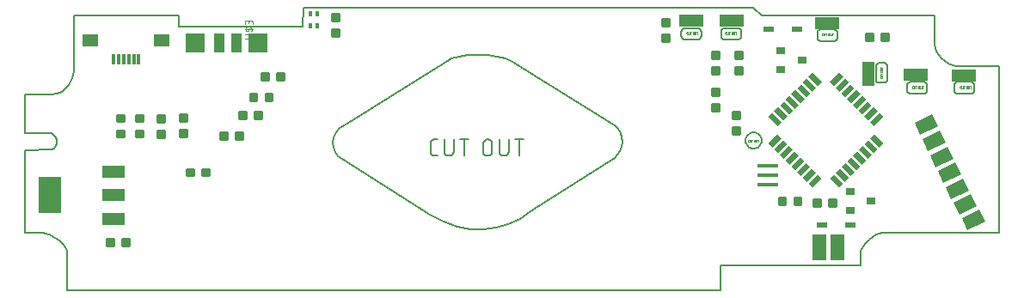
<source format=gtp>
G04 EAGLE Gerber RS-274X export*
G75*
%MOMM*%
%FSLAX34Y34*%
%LPD*%
%INSolder paste top*%
%IPPOS*%
%AMOC8*
5,1,8,0,0,1.08239X$1,22.5*%
G01*
%ADD10C,0.152400*%
%ADD11C,0.127000*%
%ADD12C,0.203200*%
%ADD13C,0.000000*%
%ADD14C,0.222250*%
%ADD15R,2.235200X1.219200*%
%ADD16R,2.200000X3.600000*%
%ADD17R,0.900000X0.800000*%
%ADD18R,2.413000X1.143000*%
%ADD19R,1.371600X2.540000*%
%ADD20R,1.143000X2.413000*%
%ADD21R,1.310000X1.930000*%
%ADD22R,1.050000X1.950000*%
%ADD23R,1.950000X1.950000*%
%ADD24R,1.270000X0.558800*%
%ADD25R,0.558800X1.270000*%
%ADD26R,2.032000X0.300000*%
%ADD27R,1.050000X0.600000*%
%ADD28R,1.650000X1.300000*%
%ADD29R,0.300000X1.000000*%
%ADD30R,0.400000X0.500000*%
%ADD31C,0.076200*%


D10*
X937546Y229161D02*
X938245Y229175D01*
X979417Y229147D01*
X979417Y64431D01*
X864625Y64431D01*
X862110Y64004D01*
X858911Y62769D01*
X855342Y60789D01*
X851718Y58131D01*
X848352Y54860D01*
X845559Y51042D01*
X843653Y46742D01*
X842947Y42026D01*
X842947Y32137D01*
X705259Y32137D01*
X705259Y8048D01*
X62246Y8048D01*
X62246Y44093D01*
X61661Y47028D01*
X60017Y50299D01*
X57479Y53683D01*
X54211Y56954D01*
X50380Y59889D01*
X46151Y62263D01*
X41688Y63852D01*
X37157Y64431D01*
X20582Y64431D01*
X20582Y146244D01*
X46461Y146444D01*
X48726Y147667D01*
X50340Y149584D01*
X51304Y151962D01*
X51620Y154567D01*
X51292Y157166D01*
X50321Y159525D01*
X48710Y161410D01*
X46461Y162589D01*
X20582Y162627D01*
D11*
X20582Y200900D01*
D10*
X46461Y200900D01*
X51954Y201629D01*
X56614Y203653D01*
X60472Y206724D01*
X63559Y210596D01*
X65906Y215020D01*
X67544Y219752D01*
X68505Y224543D01*
X68818Y229147D01*
X68818Y278772D01*
D12*
X171616Y278772D01*
D10*
X171616Y267473D01*
X294142Y267557D01*
X294805Y286363D01*
X737652Y286663D01*
X745760Y278772D01*
X916056Y278772D01*
X916116Y250125D01*
X916704Y247043D01*
X918137Y243643D01*
X920291Y240151D01*
X923042Y236790D01*
X926267Y233785D01*
X929842Y231363D01*
X933643Y229746D01*
X937546Y229161D01*
X739426Y163325D02*
X737814Y163488D01*
X739426Y163325D02*
X740928Y162859D01*
X742287Y162122D01*
X743471Y161145D01*
X744448Y159961D01*
X745185Y158602D01*
X745651Y157100D01*
X745814Y155488D01*
X745651Y153876D01*
X745185Y152374D01*
X744448Y151015D01*
X743471Y149831D01*
X742287Y148854D01*
X740928Y148117D01*
X739426Y147651D01*
X737814Y147488D01*
X736202Y147651D01*
X734700Y148117D01*
X733341Y148854D01*
X732157Y149831D01*
X731180Y151015D01*
X730443Y152374D01*
X729977Y153876D01*
X729814Y155488D01*
X729977Y157100D01*
X730443Y158602D01*
X731180Y159961D01*
X732157Y161145D01*
X733341Y162122D01*
X734700Y162859D01*
X736202Y163325D01*
X737814Y163488D01*
X858183Y215721D02*
X858183Y228616D01*
X858251Y229284D01*
X858445Y229906D01*
X858752Y230471D01*
X859159Y230963D01*
X859651Y231370D01*
X860216Y231677D01*
X860838Y231871D01*
X861506Y231939D01*
X866291Y231939D01*
X866959Y231871D01*
X867582Y231677D01*
X868146Y231370D01*
X868639Y230963D01*
X869046Y230471D01*
X869353Y229906D01*
X869547Y229284D01*
X869615Y228616D01*
X869615Y215721D01*
X869547Y215054D01*
X869353Y214431D01*
X869046Y213867D01*
X868639Y213375D01*
X868146Y212968D01*
X867582Y212661D01*
X866959Y212467D01*
X866291Y212399D01*
X861506Y212399D01*
X860838Y212467D01*
X860216Y212661D01*
X859651Y212968D01*
X859159Y213375D01*
X858752Y213867D01*
X858445Y214431D01*
X858251Y215054D01*
X858183Y215721D01*
X892465Y213299D02*
X905359Y213299D01*
X906027Y213231D01*
X906649Y213037D01*
X907214Y212729D01*
X907706Y212323D01*
X908113Y211830D01*
X908420Y211266D01*
X908614Y210643D01*
X908682Y209976D01*
X908682Y205190D01*
X908614Y204522D01*
X908420Y203899D01*
X908113Y203335D01*
X907706Y202842D01*
X907214Y202435D01*
X906649Y202128D01*
X906027Y201934D01*
X905359Y201866D01*
X892465Y201866D01*
X891797Y201934D01*
X891175Y202128D01*
X890610Y202435D01*
X890118Y202842D01*
X889711Y203335D01*
X889404Y203899D01*
X889210Y204522D01*
X889142Y205190D01*
X889142Y209976D01*
X889210Y210643D01*
X889404Y211266D01*
X889711Y211830D01*
X890118Y212323D01*
X890610Y212729D01*
X891175Y213037D01*
X891797Y213231D01*
X892465Y213299D01*
X939007Y213299D02*
X951902Y213299D01*
X952569Y213231D01*
X953192Y213037D01*
X953756Y212729D01*
X954248Y212323D01*
X954655Y211830D01*
X954962Y211266D01*
X955156Y210643D01*
X955224Y209976D01*
X955224Y205190D01*
X955156Y204522D01*
X954962Y203899D01*
X954655Y203335D01*
X954248Y202842D01*
X953756Y202435D01*
X953192Y202128D01*
X952569Y201934D01*
X951902Y201866D01*
X939007Y201866D01*
X938339Y201934D01*
X937717Y202128D01*
X937152Y202435D01*
X936660Y202842D01*
X936253Y203335D01*
X935946Y203899D01*
X935752Y204522D01*
X935684Y205190D01*
X935684Y209976D01*
X935752Y210643D01*
X935946Y211266D01*
X936253Y211830D01*
X936660Y212323D01*
X937152Y212729D01*
X937717Y213037D01*
X938339Y213231D01*
X939007Y213299D01*
X817045Y265110D02*
X804150Y265110D01*
X817045Y265110D02*
X817713Y265042D01*
X818335Y264848D01*
X818900Y264541D01*
X819392Y264134D01*
X819799Y263642D01*
X820106Y263077D01*
X820300Y262455D01*
X820368Y261787D01*
X820368Y257001D01*
X820300Y256333D01*
X820106Y255711D01*
X819799Y255146D01*
X819392Y254654D01*
X818900Y254247D01*
X818335Y253940D01*
X817713Y253746D01*
X817045Y253678D01*
X804150Y253678D01*
X803483Y253746D01*
X802860Y253940D01*
X802296Y254247D01*
X801804Y254654D01*
X801397Y255146D01*
X801090Y255711D01*
X800896Y256333D01*
X800828Y257001D01*
X800828Y261787D01*
X800896Y262455D01*
X801090Y263077D01*
X801397Y263642D01*
X801804Y264134D01*
X802296Y264541D01*
X802860Y264848D01*
X803483Y265042D01*
X804150Y265110D01*
X722181Y266419D02*
X709286Y266419D01*
X722181Y266419D02*
X722849Y266351D01*
X723471Y266157D01*
X724036Y265850D01*
X724528Y265443D01*
X724935Y264951D01*
X725242Y264386D01*
X725436Y263764D01*
X725504Y263096D01*
X725504Y258310D01*
X725436Y257642D01*
X725242Y257019D01*
X724935Y256455D01*
X724528Y255962D01*
X724036Y255555D01*
X723471Y255248D01*
X722849Y255054D01*
X722181Y254986D01*
X709286Y254986D01*
X708619Y255054D01*
X707996Y255248D01*
X707432Y255555D01*
X706940Y255962D01*
X706533Y256455D01*
X706226Y257019D01*
X706032Y257642D01*
X705964Y258310D01*
X705964Y263096D01*
X706032Y263764D01*
X706226Y264386D01*
X706533Y264951D01*
X706940Y265443D01*
X707432Y265850D01*
X707996Y266157D01*
X708619Y266351D01*
X709286Y266419D01*
X682994Y266419D02*
X670100Y266419D01*
X682994Y266419D02*
X683662Y266351D01*
X684284Y266157D01*
X684849Y265850D01*
X685341Y265443D01*
X685748Y264951D01*
X686055Y264386D01*
X686249Y263764D01*
X686317Y263096D01*
X686317Y258310D01*
X686249Y257642D01*
X686055Y257019D01*
X685748Y256455D01*
X685341Y255962D01*
X684849Y255555D01*
X684284Y255248D01*
X683662Y255054D01*
X682994Y254986D01*
X670100Y254986D01*
X669432Y255054D01*
X668810Y255248D01*
X668245Y255555D01*
X667753Y255962D01*
X667346Y256455D01*
X667039Y257019D01*
X666845Y257642D01*
X666777Y258310D01*
X666777Y263096D01*
X666845Y263764D01*
X667039Y264386D01*
X667346Y264951D01*
X667753Y265443D01*
X668245Y265850D01*
X668810Y266157D01*
X669432Y266351D01*
X670100Y266419D01*
X435544Y233391D02*
X335808Y171521D01*
X435544Y233391D02*
X440692Y236252D01*
X447999Y238356D01*
X456803Y239672D01*
X466443Y240170D01*
X476258Y239821D01*
X485585Y238595D01*
X493764Y236462D01*
X500134Y233391D01*
X601057Y170338D01*
X604673Y167047D01*
X607025Y163106D01*
X608233Y158739D01*
X608412Y154167D01*
X607682Y149615D01*
X606161Y145305D01*
X603965Y141461D01*
X601213Y138305D01*
X518393Y85697D01*
X507700Y78565D01*
X496313Y73177D01*
X484336Y69624D01*
X471875Y67994D01*
X459033Y68377D01*
X445916Y70863D01*
X432628Y75541D01*
X419273Y82501D01*
X332812Y137350D01*
X328912Y140354D01*
X326047Y144216D01*
X324309Y148687D01*
X323793Y153521D01*
X324592Y158468D01*
X326798Y163283D01*
X330506Y167716D01*
X335808Y171521D01*
X736253Y163334D02*
X737814Y163488D01*
X736253Y163334D02*
X734753Y162879D01*
X733369Y162140D01*
X732157Y161145D01*
X731162Y159933D01*
X730423Y158550D01*
X729968Y157049D01*
X729814Y155488D01*
X729968Y153927D01*
X730423Y152427D01*
X731162Y151043D01*
X732157Y149831D01*
X733369Y148836D01*
X734753Y148097D01*
X736253Y147642D01*
X737814Y147488D01*
X739375Y147642D01*
X740876Y148097D01*
X742259Y148836D01*
X743471Y149831D01*
X744466Y151043D01*
X745205Y152427D01*
X745660Y153927D01*
X745814Y155488D01*
X745660Y157049D01*
X745205Y158550D01*
X744466Y159933D01*
X743471Y161145D01*
X742259Y162140D01*
X740876Y162879D01*
X739375Y163334D01*
X737814Y163488D01*
X427087Y140462D02*
X423474Y140462D01*
X423356Y140464D01*
X423238Y140470D01*
X423120Y140479D01*
X423003Y140493D01*
X422886Y140510D01*
X422769Y140531D01*
X422654Y140556D01*
X422539Y140585D01*
X422425Y140618D01*
X422313Y140654D01*
X422202Y140694D01*
X422092Y140737D01*
X421983Y140784D01*
X421876Y140834D01*
X421771Y140889D01*
X421668Y140946D01*
X421567Y141007D01*
X421467Y141071D01*
X421370Y141138D01*
X421275Y141208D01*
X421183Y141282D01*
X421092Y141358D01*
X421005Y141438D01*
X420920Y141520D01*
X420838Y141605D01*
X420758Y141692D01*
X420682Y141783D01*
X420608Y141875D01*
X420538Y141970D01*
X420471Y142067D01*
X420407Y142167D01*
X420346Y142268D01*
X420289Y142371D01*
X420234Y142476D01*
X420184Y142583D01*
X420137Y142692D01*
X420094Y142802D01*
X420054Y142913D01*
X420018Y143025D01*
X419985Y143139D01*
X419956Y143254D01*
X419931Y143369D01*
X419910Y143486D01*
X419893Y143603D01*
X419879Y143720D01*
X419870Y143838D01*
X419864Y143956D01*
X419862Y144074D01*
X419862Y153106D01*
X419864Y153224D01*
X419870Y153342D01*
X419879Y153460D01*
X419893Y153577D01*
X419910Y153694D01*
X419931Y153811D01*
X419956Y153926D01*
X419985Y154041D01*
X420018Y154155D01*
X420054Y154267D01*
X420094Y154378D01*
X420137Y154488D01*
X420184Y154597D01*
X420234Y154704D01*
X420288Y154809D01*
X420346Y154912D01*
X420407Y155013D01*
X420471Y155113D01*
X420538Y155210D01*
X420608Y155305D01*
X420682Y155397D01*
X420758Y155488D01*
X420838Y155575D01*
X420920Y155660D01*
X421005Y155742D01*
X421092Y155822D01*
X421183Y155898D01*
X421275Y155972D01*
X421370Y156042D01*
X421467Y156109D01*
X421567Y156173D01*
X421668Y156234D01*
X421771Y156291D01*
X421876Y156345D01*
X421983Y156396D01*
X422092Y156443D01*
X422202Y156486D01*
X422313Y156526D01*
X422425Y156562D01*
X422539Y156595D01*
X422654Y156624D01*
X422769Y156649D01*
X422886Y156670D01*
X423003Y156687D01*
X423120Y156701D01*
X423238Y156710D01*
X423356Y156716D01*
X423474Y156718D01*
X427087Y156718D01*
X433449Y156718D02*
X433449Y144978D01*
X433448Y144978D02*
X433450Y144845D01*
X433456Y144713D01*
X433466Y144581D01*
X433479Y144449D01*
X433497Y144317D01*
X433518Y144187D01*
X433543Y144056D01*
X433572Y143927D01*
X433605Y143799D01*
X433641Y143671D01*
X433681Y143545D01*
X433725Y143420D01*
X433773Y143296D01*
X433824Y143174D01*
X433879Y143053D01*
X433937Y142934D01*
X433999Y142816D01*
X434064Y142701D01*
X434133Y142587D01*
X434204Y142476D01*
X434280Y142367D01*
X434358Y142260D01*
X434439Y142155D01*
X434524Y142053D01*
X434611Y141953D01*
X434701Y141856D01*
X434794Y141761D01*
X434890Y141670D01*
X434988Y141581D01*
X435089Y141495D01*
X435193Y141412D01*
X435299Y141332D01*
X435407Y141256D01*
X435517Y141182D01*
X435630Y141112D01*
X435744Y141045D01*
X435861Y140982D01*
X435979Y140922D01*
X436099Y140865D01*
X436221Y140812D01*
X436344Y140763D01*
X436468Y140717D01*
X436594Y140675D01*
X436721Y140637D01*
X436849Y140602D01*
X436978Y140571D01*
X437107Y140544D01*
X437238Y140521D01*
X437369Y140501D01*
X437501Y140486D01*
X437633Y140474D01*
X437765Y140466D01*
X437898Y140462D01*
X438030Y140462D01*
X438163Y140466D01*
X438295Y140474D01*
X438427Y140486D01*
X438559Y140501D01*
X438690Y140521D01*
X438821Y140544D01*
X438950Y140571D01*
X439079Y140602D01*
X439207Y140637D01*
X439334Y140675D01*
X439460Y140717D01*
X439584Y140763D01*
X439707Y140812D01*
X439829Y140865D01*
X439949Y140922D01*
X440067Y140982D01*
X440184Y141045D01*
X440298Y141112D01*
X440411Y141182D01*
X440521Y141256D01*
X440629Y141332D01*
X440735Y141412D01*
X440839Y141495D01*
X440940Y141581D01*
X441038Y141670D01*
X441134Y141761D01*
X441227Y141856D01*
X441317Y141953D01*
X441404Y142053D01*
X441489Y142155D01*
X441570Y142260D01*
X441648Y142367D01*
X441724Y142476D01*
X441795Y142587D01*
X441864Y142701D01*
X441929Y142816D01*
X441991Y142934D01*
X442049Y143053D01*
X442104Y143174D01*
X442155Y143296D01*
X442203Y143420D01*
X442247Y143545D01*
X442287Y143671D01*
X442323Y143799D01*
X442356Y143927D01*
X442385Y144056D01*
X442410Y144187D01*
X442431Y144317D01*
X442449Y144449D01*
X442462Y144581D01*
X442472Y144713D01*
X442478Y144845D01*
X442480Y144978D01*
X442480Y156718D01*
X453074Y156718D02*
X453074Y140462D01*
X448559Y156718D02*
X457590Y156718D01*
X471485Y152202D02*
X471485Y144978D01*
X471484Y152202D02*
X471486Y152335D01*
X471492Y152467D01*
X471502Y152599D01*
X471515Y152731D01*
X471533Y152863D01*
X471554Y152993D01*
X471579Y153124D01*
X471608Y153253D01*
X471641Y153381D01*
X471677Y153509D01*
X471717Y153635D01*
X471761Y153760D01*
X471809Y153884D01*
X471860Y154006D01*
X471915Y154127D01*
X471973Y154246D01*
X472035Y154364D01*
X472100Y154479D01*
X472169Y154593D01*
X472240Y154704D01*
X472316Y154813D01*
X472394Y154920D01*
X472475Y155025D01*
X472560Y155127D01*
X472647Y155227D01*
X472737Y155324D01*
X472830Y155419D01*
X472926Y155510D01*
X473024Y155599D01*
X473125Y155685D01*
X473229Y155768D01*
X473335Y155848D01*
X473443Y155924D01*
X473553Y155998D01*
X473666Y156068D01*
X473780Y156135D01*
X473897Y156198D01*
X474015Y156258D01*
X474135Y156315D01*
X474257Y156368D01*
X474380Y156417D01*
X474504Y156463D01*
X474630Y156505D01*
X474757Y156543D01*
X474885Y156578D01*
X475014Y156609D01*
X475143Y156636D01*
X475274Y156659D01*
X475405Y156679D01*
X475537Y156694D01*
X475669Y156706D01*
X475801Y156714D01*
X475934Y156718D01*
X476066Y156718D01*
X476199Y156714D01*
X476331Y156706D01*
X476463Y156694D01*
X476595Y156679D01*
X476726Y156659D01*
X476857Y156636D01*
X476986Y156609D01*
X477115Y156578D01*
X477243Y156543D01*
X477370Y156505D01*
X477496Y156463D01*
X477620Y156417D01*
X477743Y156368D01*
X477865Y156315D01*
X477985Y156258D01*
X478103Y156198D01*
X478220Y156135D01*
X478334Y156068D01*
X478447Y155998D01*
X478557Y155924D01*
X478665Y155848D01*
X478771Y155768D01*
X478875Y155685D01*
X478976Y155599D01*
X479074Y155510D01*
X479170Y155419D01*
X479263Y155324D01*
X479353Y155227D01*
X479440Y155127D01*
X479525Y155025D01*
X479606Y154920D01*
X479684Y154813D01*
X479760Y154704D01*
X479831Y154593D01*
X479900Y154479D01*
X479965Y154364D01*
X480027Y154246D01*
X480085Y154127D01*
X480140Y154006D01*
X480191Y153884D01*
X480239Y153760D01*
X480283Y153635D01*
X480323Y153509D01*
X480359Y153381D01*
X480392Y153253D01*
X480421Y153124D01*
X480446Y152993D01*
X480467Y152863D01*
X480485Y152731D01*
X480498Y152599D01*
X480508Y152467D01*
X480514Y152335D01*
X480516Y152202D01*
X480516Y144978D01*
X480514Y144845D01*
X480508Y144713D01*
X480498Y144581D01*
X480485Y144449D01*
X480467Y144317D01*
X480446Y144187D01*
X480421Y144056D01*
X480392Y143927D01*
X480359Y143799D01*
X480323Y143671D01*
X480283Y143545D01*
X480239Y143420D01*
X480191Y143296D01*
X480140Y143174D01*
X480085Y143053D01*
X480027Y142934D01*
X479965Y142816D01*
X479900Y142701D01*
X479831Y142587D01*
X479760Y142476D01*
X479684Y142367D01*
X479606Y142260D01*
X479525Y142155D01*
X479440Y142053D01*
X479353Y141953D01*
X479263Y141856D01*
X479170Y141761D01*
X479074Y141670D01*
X478976Y141581D01*
X478875Y141495D01*
X478771Y141412D01*
X478665Y141332D01*
X478557Y141256D01*
X478447Y141182D01*
X478334Y141112D01*
X478220Y141045D01*
X478103Y140982D01*
X477985Y140922D01*
X477865Y140865D01*
X477743Y140812D01*
X477620Y140763D01*
X477496Y140717D01*
X477370Y140675D01*
X477243Y140637D01*
X477115Y140602D01*
X476986Y140571D01*
X476857Y140544D01*
X476726Y140521D01*
X476595Y140501D01*
X476463Y140486D01*
X476331Y140474D01*
X476199Y140466D01*
X476066Y140462D01*
X475934Y140462D01*
X475801Y140466D01*
X475669Y140474D01*
X475537Y140486D01*
X475405Y140501D01*
X475274Y140521D01*
X475143Y140544D01*
X475014Y140571D01*
X474885Y140602D01*
X474757Y140637D01*
X474630Y140675D01*
X474504Y140717D01*
X474380Y140763D01*
X474257Y140812D01*
X474135Y140865D01*
X474015Y140922D01*
X473897Y140982D01*
X473780Y141045D01*
X473666Y141112D01*
X473553Y141182D01*
X473443Y141256D01*
X473335Y141332D01*
X473229Y141412D01*
X473125Y141495D01*
X473024Y141581D01*
X472926Y141670D01*
X472830Y141761D01*
X472737Y141856D01*
X472647Y141953D01*
X472560Y142053D01*
X472475Y142155D01*
X472394Y142260D01*
X472316Y142367D01*
X472240Y142476D01*
X472169Y142587D01*
X472100Y142701D01*
X472035Y142816D01*
X471973Y142934D01*
X471915Y143053D01*
X471860Y143174D01*
X471809Y143296D01*
X471761Y143420D01*
X471717Y143545D01*
X471677Y143671D01*
X471641Y143799D01*
X471608Y143927D01*
X471579Y144056D01*
X471554Y144187D01*
X471533Y144317D01*
X471515Y144449D01*
X471502Y144581D01*
X471492Y144713D01*
X471486Y144845D01*
X471484Y144978D01*
X487637Y144978D02*
X487637Y156718D01*
X487636Y144978D02*
X487638Y144845D01*
X487644Y144713D01*
X487654Y144581D01*
X487667Y144449D01*
X487685Y144317D01*
X487706Y144187D01*
X487731Y144056D01*
X487760Y143927D01*
X487793Y143799D01*
X487829Y143671D01*
X487869Y143545D01*
X487913Y143420D01*
X487961Y143296D01*
X488012Y143174D01*
X488067Y143053D01*
X488125Y142934D01*
X488187Y142816D01*
X488252Y142701D01*
X488321Y142587D01*
X488392Y142476D01*
X488468Y142367D01*
X488546Y142260D01*
X488627Y142155D01*
X488712Y142053D01*
X488799Y141953D01*
X488889Y141856D01*
X488982Y141761D01*
X489078Y141670D01*
X489176Y141581D01*
X489277Y141495D01*
X489381Y141412D01*
X489487Y141332D01*
X489595Y141256D01*
X489705Y141182D01*
X489818Y141112D01*
X489932Y141045D01*
X490049Y140982D01*
X490167Y140922D01*
X490287Y140865D01*
X490409Y140812D01*
X490532Y140763D01*
X490656Y140717D01*
X490782Y140675D01*
X490909Y140637D01*
X491037Y140602D01*
X491166Y140571D01*
X491295Y140544D01*
X491426Y140521D01*
X491557Y140501D01*
X491689Y140486D01*
X491821Y140474D01*
X491953Y140466D01*
X492086Y140462D01*
X492218Y140462D01*
X492351Y140466D01*
X492483Y140474D01*
X492615Y140486D01*
X492747Y140501D01*
X492878Y140521D01*
X493009Y140544D01*
X493138Y140571D01*
X493267Y140602D01*
X493395Y140637D01*
X493522Y140675D01*
X493648Y140717D01*
X493772Y140763D01*
X493895Y140812D01*
X494017Y140865D01*
X494137Y140922D01*
X494255Y140982D01*
X494372Y141045D01*
X494486Y141112D01*
X494599Y141182D01*
X494709Y141256D01*
X494817Y141332D01*
X494923Y141412D01*
X495027Y141495D01*
X495128Y141581D01*
X495226Y141670D01*
X495322Y141761D01*
X495415Y141856D01*
X495505Y141953D01*
X495592Y142053D01*
X495677Y142155D01*
X495758Y142260D01*
X495836Y142367D01*
X495912Y142476D01*
X495983Y142587D01*
X496052Y142701D01*
X496117Y142816D01*
X496179Y142934D01*
X496237Y143053D01*
X496292Y143174D01*
X496343Y143296D01*
X496391Y143420D01*
X496435Y143545D01*
X496475Y143671D01*
X496511Y143799D01*
X496544Y143927D01*
X496573Y144056D01*
X496598Y144187D01*
X496619Y144317D01*
X496637Y144449D01*
X496650Y144581D01*
X496660Y144713D01*
X496666Y144845D01*
X496668Y144978D01*
X496668Y156718D01*
X507263Y156718D02*
X507263Y140462D01*
X502747Y156718D02*
X511778Y156718D01*
D13*
X894532Y207010D02*
X894983Y207010D01*
X894532Y207010D02*
X894490Y207012D01*
X894449Y207018D01*
X894408Y207027D01*
X894369Y207041D01*
X894331Y207057D01*
X894294Y207078D01*
X894260Y207101D01*
X894227Y207128D01*
X894198Y207157D01*
X894171Y207190D01*
X894148Y207224D01*
X894127Y207261D01*
X894111Y207299D01*
X894097Y207338D01*
X894088Y207379D01*
X894082Y207420D01*
X894080Y207462D01*
X894080Y208590D01*
X894082Y208632D01*
X894088Y208673D01*
X894097Y208714D01*
X894111Y208753D01*
X894127Y208791D01*
X894148Y208828D01*
X894171Y208862D01*
X894198Y208894D01*
X894227Y208924D01*
X894260Y208951D01*
X894294Y208974D01*
X894331Y208995D01*
X894369Y209011D01*
X894408Y209025D01*
X894449Y209034D01*
X894490Y209040D01*
X894532Y209042D01*
X894983Y209042D01*
X895668Y209042D02*
X895668Y207574D01*
X895670Y207527D01*
X895676Y207481D01*
X895685Y207436D01*
X895699Y207391D01*
X895716Y207347D01*
X895736Y207306D01*
X895760Y207266D01*
X895787Y207228D01*
X895817Y207192D01*
X895850Y207159D01*
X895886Y207129D01*
X895924Y207102D01*
X895964Y207078D01*
X896005Y207058D01*
X896049Y207041D01*
X896094Y207027D01*
X896139Y207018D01*
X896185Y207012D01*
X896232Y207010D01*
X896279Y207012D01*
X896325Y207018D01*
X896370Y207027D01*
X896415Y207041D01*
X896459Y207058D01*
X896500Y207078D01*
X896540Y207102D01*
X896578Y207129D01*
X896614Y207159D01*
X896647Y207192D01*
X896677Y207228D01*
X896704Y207266D01*
X896728Y207306D01*
X896748Y207347D01*
X896765Y207391D01*
X896779Y207436D01*
X896788Y207481D01*
X896794Y207527D01*
X896796Y207574D01*
X896796Y209042D01*
X898000Y209042D02*
X898000Y207010D01*
X898564Y209042D02*
X897435Y209042D01*
X900118Y208478D02*
X900118Y207574D01*
X900118Y208478D02*
X900120Y208525D01*
X900126Y208571D01*
X900135Y208616D01*
X900149Y208661D01*
X900166Y208705D01*
X900186Y208746D01*
X900210Y208786D01*
X900237Y208824D01*
X900267Y208860D01*
X900300Y208893D01*
X900336Y208923D01*
X900374Y208950D01*
X900414Y208974D01*
X900455Y208994D01*
X900499Y209011D01*
X900544Y209025D01*
X900589Y209034D01*
X900635Y209040D01*
X900682Y209042D01*
X900729Y209040D01*
X900775Y209034D01*
X900820Y209025D01*
X900865Y209011D01*
X900909Y208994D01*
X900950Y208974D01*
X900990Y208950D01*
X901028Y208923D01*
X901064Y208893D01*
X901097Y208860D01*
X901127Y208824D01*
X901154Y208786D01*
X901178Y208746D01*
X901198Y208705D01*
X901215Y208661D01*
X901229Y208616D01*
X901238Y208571D01*
X901244Y208525D01*
X901246Y208478D01*
X901246Y207574D01*
X901244Y207527D01*
X901238Y207481D01*
X901229Y207436D01*
X901215Y207391D01*
X901198Y207347D01*
X901178Y207306D01*
X901154Y207266D01*
X901127Y207228D01*
X901097Y207192D01*
X901064Y207159D01*
X901028Y207129D01*
X900990Y207102D01*
X900950Y207078D01*
X900909Y207058D01*
X900865Y207041D01*
X900820Y207027D01*
X900775Y207018D01*
X900729Y207012D01*
X900682Y207010D01*
X900635Y207012D01*
X900589Y207018D01*
X900544Y207027D01*
X900499Y207041D01*
X900455Y207058D01*
X900414Y207078D01*
X900374Y207102D01*
X900336Y207129D01*
X900300Y207159D01*
X900267Y207192D01*
X900237Y207228D01*
X900210Y207266D01*
X900186Y207306D01*
X900166Y207347D01*
X900149Y207391D01*
X900135Y207436D01*
X900126Y207481D01*
X900120Y207527D01*
X900118Y207574D01*
X902007Y207574D02*
X902007Y209042D01*
X902008Y207574D02*
X902010Y207527D01*
X902016Y207481D01*
X902025Y207436D01*
X902039Y207391D01*
X902056Y207347D01*
X902076Y207306D01*
X902100Y207266D01*
X902127Y207228D01*
X902157Y207192D01*
X902190Y207159D01*
X902226Y207129D01*
X902264Y207102D01*
X902304Y207078D01*
X902345Y207058D01*
X902389Y207041D01*
X902434Y207027D01*
X902479Y207018D01*
X902525Y207012D01*
X902572Y207010D01*
X902619Y207012D01*
X902665Y207018D01*
X902710Y207027D01*
X902755Y207041D01*
X902799Y207058D01*
X902840Y207078D01*
X902880Y207102D01*
X902918Y207129D01*
X902954Y207159D01*
X902987Y207192D01*
X903017Y207228D01*
X903044Y207266D01*
X903068Y207306D01*
X903088Y207347D01*
X903105Y207391D01*
X903119Y207436D01*
X903128Y207481D01*
X903134Y207527D01*
X903136Y207574D01*
X903136Y209042D01*
X904340Y209042D02*
X904340Y207010D01*
X904904Y209042D02*
X903775Y209042D01*
X941522Y207010D02*
X941973Y207010D01*
X941522Y207010D02*
X941480Y207012D01*
X941439Y207018D01*
X941398Y207027D01*
X941359Y207041D01*
X941321Y207057D01*
X941284Y207078D01*
X941250Y207101D01*
X941217Y207128D01*
X941188Y207157D01*
X941161Y207190D01*
X941138Y207224D01*
X941117Y207261D01*
X941101Y207299D01*
X941087Y207338D01*
X941078Y207379D01*
X941072Y207420D01*
X941070Y207462D01*
X941070Y208590D01*
X941072Y208632D01*
X941078Y208673D01*
X941087Y208714D01*
X941101Y208753D01*
X941117Y208791D01*
X941138Y208828D01*
X941161Y208862D01*
X941188Y208894D01*
X941217Y208924D01*
X941250Y208951D01*
X941284Y208974D01*
X941321Y208995D01*
X941359Y209011D01*
X941398Y209025D01*
X941439Y209034D01*
X941480Y209040D01*
X941522Y209042D01*
X941973Y209042D01*
X942658Y209042D02*
X942658Y207574D01*
X942660Y207527D01*
X942666Y207481D01*
X942675Y207436D01*
X942689Y207391D01*
X942706Y207347D01*
X942726Y207306D01*
X942750Y207266D01*
X942777Y207228D01*
X942807Y207192D01*
X942840Y207159D01*
X942876Y207129D01*
X942914Y207102D01*
X942954Y207078D01*
X942995Y207058D01*
X943039Y207041D01*
X943084Y207027D01*
X943129Y207018D01*
X943175Y207012D01*
X943222Y207010D01*
X943269Y207012D01*
X943315Y207018D01*
X943360Y207027D01*
X943405Y207041D01*
X943449Y207058D01*
X943490Y207078D01*
X943530Y207102D01*
X943568Y207129D01*
X943604Y207159D01*
X943637Y207192D01*
X943667Y207228D01*
X943694Y207266D01*
X943718Y207306D01*
X943738Y207347D01*
X943755Y207391D01*
X943769Y207436D01*
X943778Y207481D01*
X943784Y207527D01*
X943786Y207574D01*
X943786Y209042D01*
X944990Y209042D02*
X944990Y207010D01*
X945554Y209042D02*
X944425Y209042D01*
X947108Y208478D02*
X947108Y207574D01*
X947108Y208478D02*
X947110Y208525D01*
X947116Y208571D01*
X947125Y208616D01*
X947139Y208661D01*
X947156Y208705D01*
X947176Y208746D01*
X947200Y208786D01*
X947227Y208824D01*
X947257Y208860D01*
X947290Y208893D01*
X947326Y208923D01*
X947364Y208950D01*
X947404Y208974D01*
X947445Y208994D01*
X947489Y209011D01*
X947534Y209025D01*
X947579Y209034D01*
X947625Y209040D01*
X947672Y209042D01*
X947719Y209040D01*
X947765Y209034D01*
X947810Y209025D01*
X947855Y209011D01*
X947899Y208994D01*
X947940Y208974D01*
X947980Y208950D01*
X948018Y208923D01*
X948054Y208893D01*
X948087Y208860D01*
X948117Y208824D01*
X948144Y208786D01*
X948168Y208746D01*
X948188Y208705D01*
X948205Y208661D01*
X948219Y208616D01*
X948228Y208571D01*
X948234Y208525D01*
X948236Y208478D01*
X948236Y207574D01*
X948234Y207527D01*
X948228Y207481D01*
X948219Y207436D01*
X948205Y207391D01*
X948188Y207347D01*
X948168Y207306D01*
X948144Y207266D01*
X948117Y207228D01*
X948087Y207192D01*
X948054Y207159D01*
X948018Y207129D01*
X947980Y207102D01*
X947940Y207078D01*
X947899Y207058D01*
X947855Y207041D01*
X947810Y207027D01*
X947765Y207018D01*
X947719Y207012D01*
X947672Y207010D01*
X947625Y207012D01*
X947579Y207018D01*
X947534Y207027D01*
X947489Y207041D01*
X947445Y207058D01*
X947404Y207078D01*
X947364Y207102D01*
X947326Y207129D01*
X947290Y207159D01*
X947257Y207192D01*
X947227Y207228D01*
X947200Y207266D01*
X947176Y207306D01*
X947156Y207347D01*
X947139Y207391D01*
X947125Y207436D01*
X947116Y207481D01*
X947110Y207527D01*
X947108Y207574D01*
X948997Y207574D02*
X948997Y209042D01*
X948998Y207574D02*
X949000Y207527D01*
X949006Y207481D01*
X949015Y207436D01*
X949029Y207391D01*
X949046Y207347D01*
X949066Y207306D01*
X949090Y207266D01*
X949117Y207228D01*
X949147Y207192D01*
X949180Y207159D01*
X949216Y207129D01*
X949254Y207102D01*
X949294Y207078D01*
X949335Y207058D01*
X949379Y207041D01*
X949424Y207027D01*
X949469Y207018D01*
X949515Y207012D01*
X949562Y207010D01*
X949609Y207012D01*
X949655Y207018D01*
X949700Y207027D01*
X949745Y207041D01*
X949789Y207058D01*
X949830Y207078D01*
X949870Y207102D01*
X949908Y207129D01*
X949944Y207159D01*
X949977Y207192D01*
X950007Y207228D01*
X950034Y207266D01*
X950058Y207306D01*
X950078Y207347D01*
X950095Y207391D01*
X950109Y207436D01*
X950118Y207481D01*
X950124Y207527D01*
X950126Y207574D01*
X950126Y209042D01*
X951330Y209042D02*
X951330Y207010D01*
X951894Y209042D02*
X950765Y209042D01*
X806083Y259080D02*
X805632Y259080D01*
X805590Y259082D01*
X805549Y259088D01*
X805508Y259097D01*
X805469Y259111D01*
X805431Y259127D01*
X805394Y259148D01*
X805360Y259171D01*
X805327Y259198D01*
X805298Y259227D01*
X805271Y259260D01*
X805248Y259294D01*
X805227Y259331D01*
X805211Y259369D01*
X805197Y259408D01*
X805188Y259449D01*
X805182Y259490D01*
X805180Y259532D01*
X805180Y260660D01*
X805182Y260702D01*
X805188Y260743D01*
X805197Y260784D01*
X805211Y260823D01*
X805227Y260861D01*
X805248Y260898D01*
X805271Y260932D01*
X805298Y260964D01*
X805327Y260994D01*
X805360Y261021D01*
X805394Y261044D01*
X805431Y261065D01*
X805469Y261081D01*
X805508Y261095D01*
X805549Y261104D01*
X805590Y261110D01*
X805632Y261112D01*
X806083Y261112D01*
X806768Y261112D02*
X806768Y259644D01*
X806770Y259597D01*
X806776Y259551D01*
X806785Y259506D01*
X806799Y259461D01*
X806816Y259417D01*
X806836Y259376D01*
X806860Y259336D01*
X806887Y259298D01*
X806917Y259262D01*
X806950Y259229D01*
X806986Y259199D01*
X807024Y259172D01*
X807064Y259148D01*
X807105Y259128D01*
X807149Y259111D01*
X807194Y259097D01*
X807239Y259088D01*
X807285Y259082D01*
X807332Y259080D01*
X807379Y259082D01*
X807425Y259088D01*
X807470Y259097D01*
X807515Y259111D01*
X807559Y259128D01*
X807600Y259148D01*
X807640Y259172D01*
X807678Y259199D01*
X807714Y259229D01*
X807747Y259262D01*
X807777Y259298D01*
X807804Y259336D01*
X807828Y259376D01*
X807848Y259417D01*
X807865Y259461D01*
X807879Y259506D01*
X807888Y259551D01*
X807894Y259597D01*
X807896Y259644D01*
X807896Y261112D01*
X809100Y261112D02*
X809100Y259080D01*
X809664Y261112D02*
X808535Y261112D01*
X811218Y260548D02*
X811218Y259644D01*
X811218Y260548D02*
X811220Y260595D01*
X811226Y260641D01*
X811235Y260686D01*
X811249Y260731D01*
X811266Y260775D01*
X811286Y260816D01*
X811310Y260856D01*
X811337Y260894D01*
X811367Y260930D01*
X811400Y260963D01*
X811436Y260993D01*
X811474Y261020D01*
X811514Y261044D01*
X811555Y261064D01*
X811599Y261081D01*
X811644Y261095D01*
X811689Y261104D01*
X811735Y261110D01*
X811782Y261112D01*
X811829Y261110D01*
X811875Y261104D01*
X811920Y261095D01*
X811965Y261081D01*
X812009Y261064D01*
X812050Y261044D01*
X812090Y261020D01*
X812128Y260993D01*
X812164Y260963D01*
X812197Y260930D01*
X812227Y260894D01*
X812254Y260856D01*
X812278Y260816D01*
X812298Y260775D01*
X812315Y260731D01*
X812329Y260686D01*
X812338Y260641D01*
X812344Y260595D01*
X812346Y260548D01*
X812346Y259644D01*
X812344Y259597D01*
X812338Y259551D01*
X812329Y259506D01*
X812315Y259461D01*
X812298Y259417D01*
X812278Y259376D01*
X812254Y259336D01*
X812227Y259298D01*
X812197Y259262D01*
X812164Y259229D01*
X812128Y259199D01*
X812090Y259172D01*
X812050Y259148D01*
X812009Y259128D01*
X811965Y259111D01*
X811920Y259097D01*
X811875Y259088D01*
X811829Y259082D01*
X811782Y259080D01*
X811735Y259082D01*
X811689Y259088D01*
X811644Y259097D01*
X811599Y259111D01*
X811555Y259128D01*
X811514Y259148D01*
X811474Y259172D01*
X811436Y259199D01*
X811400Y259229D01*
X811367Y259262D01*
X811337Y259298D01*
X811310Y259336D01*
X811286Y259376D01*
X811266Y259417D01*
X811249Y259461D01*
X811235Y259506D01*
X811226Y259551D01*
X811220Y259597D01*
X811218Y259644D01*
X813107Y259644D02*
X813107Y261112D01*
X813108Y259644D02*
X813110Y259597D01*
X813116Y259551D01*
X813125Y259506D01*
X813139Y259461D01*
X813156Y259417D01*
X813176Y259376D01*
X813200Y259336D01*
X813227Y259298D01*
X813257Y259262D01*
X813290Y259229D01*
X813326Y259199D01*
X813364Y259172D01*
X813404Y259148D01*
X813445Y259128D01*
X813489Y259111D01*
X813534Y259097D01*
X813579Y259088D01*
X813625Y259082D01*
X813672Y259080D01*
X813719Y259082D01*
X813765Y259088D01*
X813810Y259097D01*
X813855Y259111D01*
X813899Y259128D01*
X813940Y259148D01*
X813980Y259172D01*
X814018Y259199D01*
X814054Y259229D01*
X814087Y259262D01*
X814117Y259298D01*
X814144Y259336D01*
X814168Y259376D01*
X814188Y259417D01*
X814205Y259461D01*
X814219Y259506D01*
X814228Y259551D01*
X814234Y259597D01*
X814236Y259644D01*
X814236Y261112D01*
X815440Y261112D02*
X815440Y259080D01*
X816004Y261112D02*
X814875Y261112D01*
X710833Y260350D02*
X710382Y260350D01*
X710340Y260352D01*
X710299Y260358D01*
X710258Y260367D01*
X710219Y260381D01*
X710181Y260397D01*
X710144Y260418D01*
X710110Y260441D01*
X710077Y260468D01*
X710048Y260497D01*
X710021Y260530D01*
X709998Y260564D01*
X709977Y260601D01*
X709961Y260639D01*
X709947Y260678D01*
X709938Y260719D01*
X709932Y260760D01*
X709930Y260802D01*
X709930Y261930D01*
X709932Y261972D01*
X709938Y262013D01*
X709947Y262054D01*
X709961Y262093D01*
X709977Y262131D01*
X709998Y262168D01*
X710021Y262202D01*
X710048Y262234D01*
X710077Y262264D01*
X710110Y262291D01*
X710144Y262314D01*
X710181Y262335D01*
X710219Y262351D01*
X710258Y262365D01*
X710299Y262374D01*
X710340Y262380D01*
X710382Y262382D01*
X710833Y262382D01*
X711518Y262382D02*
X711518Y260914D01*
X711520Y260867D01*
X711526Y260821D01*
X711535Y260776D01*
X711549Y260731D01*
X711566Y260687D01*
X711586Y260646D01*
X711610Y260606D01*
X711637Y260568D01*
X711667Y260532D01*
X711700Y260499D01*
X711736Y260469D01*
X711774Y260442D01*
X711814Y260418D01*
X711855Y260398D01*
X711899Y260381D01*
X711944Y260367D01*
X711989Y260358D01*
X712035Y260352D01*
X712082Y260350D01*
X712129Y260352D01*
X712175Y260358D01*
X712220Y260367D01*
X712265Y260381D01*
X712309Y260398D01*
X712350Y260418D01*
X712390Y260442D01*
X712428Y260469D01*
X712464Y260499D01*
X712497Y260532D01*
X712527Y260568D01*
X712554Y260606D01*
X712578Y260646D01*
X712598Y260687D01*
X712615Y260731D01*
X712629Y260776D01*
X712638Y260821D01*
X712644Y260867D01*
X712646Y260914D01*
X712646Y262382D01*
X713850Y262382D02*
X713850Y260350D01*
X714414Y262382D02*
X713285Y262382D01*
X715968Y261818D02*
X715968Y260914D01*
X715968Y261818D02*
X715970Y261865D01*
X715976Y261911D01*
X715985Y261956D01*
X715999Y262001D01*
X716016Y262045D01*
X716036Y262086D01*
X716060Y262126D01*
X716087Y262164D01*
X716117Y262200D01*
X716150Y262233D01*
X716186Y262263D01*
X716224Y262290D01*
X716264Y262314D01*
X716305Y262334D01*
X716349Y262351D01*
X716394Y262365D01*
X716439Y262374D01*
X716485Y262380D01*
X716532Y262382D01*
X716579Y262380D01*
X716625Y262374D01*
X716670Y262365D01*
X716715Y262351D01*
X716759Y262334D01*
X716800Y262314D01*
X716840Y262290D01*
X716878Y262263D01*
X716914Y262233D01*
X716947Y262200D01*
X716977Y262164D01*
X717004Y262126D01*
X717028Y262086D01*
X717048Y262045D01*
X717065Y262001D01*
X717079Y261956D01*
X717088Y261911D01*
X717094Y261865D01*
X717096Y261818D01*
X717096Y260914D01*
X717094Y260867D01*
X717088Y260821D01*
X717079Y260776D01*
X717065Y260731D01*
X717048Y260687D01*
X717028Y260646D01*
X717004Y260606D01*
X716977Y260568D01*
X716947Y260532D01*
X716914Y260499D01*
X716878Y260469D01*
X716840Y260442D01*
X716800Y260418D01*
X716759Y260398D01*
X716715Y260381D01*
X716670Y260367D01*
X716625Y260358D01*
X716579Y260352D01*
X716532Y260350D01*
X716485Y260352D01*
X716439Y260358D01*
X716394Y260367D01*
X716349Y260381D01*
X716305Y260398D01*
X716264Y260418D01*
X716224Y260442D01*
X716186Y260469D01*
X716150Y260499D01*
X716117Y260532D01*
X716087Y260568D01*
X716060Y260606D01*
X716036Y260646D01*
X716016Y260687D01*
X715999Y260731D01*
X715985Y260776D01*
X715976Y260821D01*
X715970Y260867D01*
X715968Y260914D01*
X717857Y260914D02*
X717857Y262382D01*
X717858Y260914D02*
X717860Y260867D01*
X717866Y260821D01*
X717875Y260776D01*
X717889Y260731D01*
X717906Y260687D01*
X717926Y260646D01*
X717950Y260606D01*
X717977Y260568D01*
X718007Y260532D01*
X718040Y260499D01*
X718076Y260469D01*
X718114Y260442D01*
X718154Y260418D01*
X718195Y260398D01*
X718239Y260381D01*
X718284Y260367D01*
X718329Y260358D01*
X718375Y260352D01*
X718422Y260350D01*
X718469Y260352D01*
X718515Y260358D01*
X718560Y260367D01*
X718605Y260381D01*
X718649Y260398D01*
X718690Y260418D01*
X718730Y260442D01*
X718768Y260469D01*
X718804Y260499D01*
X718837Y260532D01*
X718867Y260568D01*
X718894Y260606D01*
X718918Y260646D01*
X718938Y260687D01*
X718955Y260731D01*
X718969Y260776D01*
X718978Y260821D01*
X718984Y260867D01*
X718986Y260914D01*
X718986Y262382D01*
X720190Y262382D02*
X720190Y260350D01*
X720754Y262382D02*
X719625Y262382D01*
X672733Y260350D02*
X672282Y260350D01*
X672240Y260352D01*
X672199Y260358D01*
X672158Y260367D01*
X672119Y260381D01*
X672081Y260397D01*
X672044Y260418D01*
X672010Y260441D01*
X671977Y260468D01*
X671948Y260497D01*
X671921Y260530D01*
X671898Y260564D01*
X671877Y260601D01*
X671861Y260639D01*
X671847Y260678D01*
X671838Y260719D01*
X671832Y260760D01*
X671830Y260802D01*
X671830Y261930D01*
X671832Y261972D01*
X671838Y262013D01*
X671847Y262054D01*
X671861Y262093D01*
X671877Y262131D01*
X671898Y262168D01*
X671921Y262202D01*
X671948Y262234D01*
X671977Y262264D01*
X672010Y262291D01*
X672044Y262314D01*
X672081Y262335D01*
X672119Y262351D01*
X672158Y262365D01*
X672199Y262374D01*
X672240Y262380D01*
X672282Y262382D01*
X672733Y262382D01*
X673418Y262382D02*
X673418Y260914D01*
X673420Y260867D01*
X673426Y260821D01*
X673435Y260776D01*
X673449Y260731D01*
X673466Y260687D01*
X673486Y260646D01*
X673510Y260606D01*
X673537Y260568D01*
X673567Y260532D01*
X673600Y260499D01*
X673636Y260469D01*
X673674Y260442D01*
X673714Y260418D01*
X673755Y260398D01*
X673799Y260381D01*
X673844Y260367D01*
X673889Y260358D01*
X673935Y260352D01*
X673982Y260350D01*
X674029Y260352D01*
X674075Y260358D01*
X674120Y260367D01*
X674165Y260381D01*
X674209Y260398D01*
X674250Y260418D01*
X674290Y260442D01*
X674328Y260469D01*
X674364Y260499D01*
X674397Y260532D01*
X674427Y260568D01*
X674454Y260606D01*
X674478Y260646D01*
X674498Y260687D01*
X674515Y260731D01*
X674529Y260776D01*
X674538Y260821D01*
X674544Y260867D01*
X674546Y260914D01*
X674546Y262382D01*
X675750Y262382D02*
X675750Y260350D01*
X676314Y262382D02*
X675185Y262382D01*
X677868Y261818D02*
X677868Y260914D01*
X677868Y261818D02*
X677870Y261865D01*
X677876Y261911D01*
X677885Y261956D01*
X677899Y262001D01*
X677916Y262045D01*
X677936Y262086D01*
X677960Y262126D01*
X677987Y262164D01*
X678017Y262200D01*
X678050Y262233D01*
X678086Y262263D01*
X678124Y262290D01*
X678164Y262314D01*
X678205Y262334D01*
X678249Y262351D01*
X678294Y262365D01*
X678339Y262374D01*
X678385Y262380D01*
X678432Y262382D01*
X678479Y262380D01*
X678525Y262374D01*
X678570Y262365D01*
X678615Y262351D01*
X678659Y262334D01*
X678700Y262314D01*
X678740Y262290D01*
X678778Y262263D01*
X678814Y262233D01*
X678847Y262200D01*
X678877Y262164D01*
X678904Y262126D01*
X678928Y262086D01*
X678948Y262045D01*
X678965Y262001D01*
X678979Y261956D01*
X678988Y261911D01*
X678994Y261865D01*
X678996Y261818D01*
X678996Y260914D01*
X678994Y260867D01*
X678988Y260821D01*
X678979Y260776D01*
X678965Y260731D01*
X678948Y260687D01*
X678928Y260646D01*
X678904Y260606D01*
X678877Y260568D01*
X678847Y260532D01*
X678814Y260499D01*
X678778Y260469D01*
X678740Y260442D01*
X678700Y260418D01*
X678659Y260398D01*
X678615Y260381D01*
X678570Y260367D01*
X678525Y260358D01*
X678479Y260352D01*
X678432Y260350D01*
X678385Y260352D01*
X678339Y260358D01*
X678294Y260367D01*
X678249Y260381D01*
X678205Y260398D01*
X678164Y260418D01*
X678124Y260442D01*
X678086Y260469D01*
X678050Y260499D01*
X678017Y260532D01*
X677987Y260568D01*
X677960Y260606D01*
X677936Y260646D01*
X677916Y260687D01*
X677899Y260731D01*
X677885Y260776D01*
X677876Y260821D01*
X677870Y260867D01*
X677868Y260914D01*
X679757Y260914D02*
X679757Y262382D01*
X679758Y260914D02*
X679760Y260867D01*
X679766Y260821D01*
X679775Y260776D01*
X679789Y260731D01*
X679806Y260687D01*
X679826Y260646D01*
X679850Y260606D01*
X679877Y260568D01*
X679907Y260532D01*
X679940Y260499D01*
X679976Y260469D01*
X680014Y260442D01*
X680054Y260418D01*
X680095Y260398D01*
X680139Y260381D01*
X680184Y260367D01*
X680229Y260358D01*
X680275Y260352D01*
X680322Y260350D01*
X680369Y260352D01*
X680415Y260358D01*
X680460Y260367D01*
X680505Y260381D01*
X680549Y260398D01*
X680590Y260418D01*
X680630Y260442D01*
X680668Y260469D01*
X680704Y260499D01*
X680737Y260532D01*
X680767Y260568D01*
X680794Y260606D01*
X680818Y260646D01*
X680838Y260687D01*
X680855Y260731D01*
X680869Y260776D01*
X680878Y260821D01*
X680884Y260867D01*
X680886Y260914D01*
X680886Y262382D01*
X682090Y262382D02*
X682090Y260350D01*
X682654Y262382D02*
X681525Y262382D01*
X864870Y218073D02*
X864870Y217622D01*
X864868Y217580D01*
X864862Y217539D01*
X864853Y217498D01*
X864839Y217459D01*
X864823Y217421D01*
X864802Y217384D01*
X864779Y217350D01*
X864752Y217318D01*
X864723Y217288D01*
X864690Y217261D01*
X864656Y217238D01*
X864619Y217217D01*
X864581Y217201D01*
X864542Y217187D01*
X864501Y217178D01*
X864460Y217172D01*
X864418Y217170D01*
X863290Y217170D01*
X863248Y217172D01*
X863207Y217178D01*
X863166Y217187D01*
X863127Y217201D01*
X863089Y217217D01*
X863052Y217238D01*
X863018Y217261D01*
X862986Y217288D01*
X862956Y217317D01*
X862929Y217350D01*
X862906Y217384D01*
X862885Y217421D01*
X862869Y217459D01*
X862855Y217498D01*
X862846Y217539D01*
X862840Y217580D01*
X862838Y217622D01*
X862838Y218073D01*
X862838Y218758D02*
X864306Y218758D01*
X864353Y218760D01*
X864399Y218766D01*
X864444Y218775D01*
X864489Y218789D01*
X864533Y218806D01*
X864574Y218826D01*
X864614Y218850D01*
X864652Y218877D01*
X864688Y218907D01*
X864721Y218940D01*
X864751Y218976D01*
X864778Y219014D01*
X864802Y219054D01*
X864822Y219095D01*
X864839Y219139D01*
X864853Y219184D01*
X864862Y219229D01*
X864868Y219275D01*
X864870Y219322D01*
X864868Y219369D01*
X864862Y219415D01*
X864853Y219460D01*
X864839Y219505D01*
X864822Y219549D01*
X864802Y219590D01*
X864778Y219630D01*
X864751Y219668D01*
X864721Y219704D01*
X864688Y219737D01*
X864652Y219767D01*
X864614Y219794D01*
X864574Y219818D01*
X864533Y219838D01*
X864489Y219855D01*
X864444Y219869D01*
X864399Y219878D01*
X864353Y219884D01*
X864306Y219886D01*
X862838Y219886D01*
X862838Y221090D02*
X864870Y221090D01*
X862838Y221654D02*
X862838Y220525D01*
X863402Y223208D02*
X864306Y223208D01*
X863402Y223208D02*
X863355Y223210D01*
X863309Y223216D01*
X863264Y223225D01*
X863219Y223239D01*
X863175Y223256D01*
X863134Y223276D01*
X863094Y223300D01*
X863056Y223327D01*
X863020Y223357D01*
X862987Y223390D01*
X862957Y223426D01*
X862930Y223464D01*
X862906Y223504D01*
X862886Y223545D01*
X862869Y223589D01*
X862855Y223634D01*
X862846Y223679D01*
X862840Y223725D01*
X862838Y223772D01*
X862840Y223819D01*
X862846Y223865D01*
X862855Y223910D01*
X862869Y223955D01*
X862886Y223999D01*
X862906Y224040D01*
X862930Y224080D01*
X862957Y224118D01*
X862987Y224154D01*
X863020Y224187D01*
X863056Y224217D01*
X863094Y224244D01*
X863134Y224268D01*
X863175Y224288D01*
X863219Y224305D01*
X863264Y224319D01*
X863309Y224328D01*
X863355Y224334D01*
X863402Y224336D01*
X864306Y224336D01*
X864353Y224334D01*
X864399Y224328D01*
X864444Y224319D01*
X864489Y224305D01*
X864533Y224288D01*
X864574Y224268D01*
X864614Y224244D01*
X864652Y224217D01*
X864688Y224187D01*
X864721Y224154D01*
X864751Y224118D01*
X864778Y224080D01*
X864802Y224040D01*
X864822Y223999D01*
X864839Y223955D01*
X864853Y223910D01*
X864862Y223865D01*
X864868Y223819D01*
X864870Y223772D01*
X864868Y223725D01*
X864862Y223679D01*
X864853Y223634D01*
X864839Y223589D01*
X864822Y223545D01*
X864802Y223504D01*
X864778Y223464D01*
X864751Y223426D01*
X864721Y223390D01*
X864688Y223357D01*
X864652Y223327D01*
X864614Y223300D01*
X864574Y223276D01*
X864533Y223256D01*
X864489Y223239D01*
X864444Y223225D01*
X864399Y223216D01*
X864353Y223210D01*
X864306Y223208D01*
X864306Y225097D02*
X862838Y225097D01*
X864306Y225098D02*
X864353Y225100D01*
X864399Y225106D01*
X864444Y225115D01*
X864489Y225129D01*
X864533Y225146D01*
X864574Y225166D01*
X864614Y225190D01*
X864652Y225217D01*
X864688Y225247D01*
X864721Y225280D01*
X864751Y225316D01*
X864778Y225354D01*
X864802Y225394D01*
X864822Y225435D01*
X864839Y225479D01*
X864853Y225524D01*
X864862Y225569D01*
X864868Y225615D01*
X864870Y225662D01*
X864868Y225709D01*
X864862Y225755D01*
X864853Y225800D01*
X864839Y225845D01*
X864822Y225889D01*
X864802Y225930D01*
X864778Y225970D01*
X864751Y226008D01*
X864721Y226044D01*
X864688Y226077D01*
X864652Y226107D01*
X864614Y226134D01*
X864574Y226158D01*
X864533Y226178D01*
X864489Y226195D01*
X864444Y226209D01*
X864399Y226218D01*
X864353Y226224D01*
X864306Y226226D01*
X862838Y226226D01*
X862838Y227430D02*
X864870Y227430D01*
X862838Y227994D02*
X862838Y226865D01*
X733029Y154178D02*
X732578Y154178D01*
X732536Y154180D01*
X732495Y154186D01*
X732454Y154195D01*
X732415Y154209D01*
X732377Y154225D01*
X732340Y154246D01*
X732306Y154269D01*
X732273Y154296D01*
X732244Y154325D01*
X732217Y154358D01*
X732194Y154392D01*
X732173Y154429D01*
X732157Y154467D01*
X732143Y154506D01*
X732134Y154547D01*
X732128Y154588D01*
X732126Y154630D01*
X732126Y155758D01*
X732128Y155800D01*
X732134Y155841D01*
X732143Y155882D01*
X732157Y155921D01*
X732173Y155959D01*
X732194Y155996D01*
X732217Y156030D01*
X732244Y156062D01*
X732273Y156092D01*
X732306Y156119D01*
X732340Y156142D01*
X732377Y156163D01*
X732415Y156179D01*
X732454Y156193D01*
X732495Y156202D01*
X732536Y156208D01*
X732578Y156210D01*
X733029Y156210D01*
X733714Y156210D02*
X733714Y154742D01*
X733716Y154695D01*
X733722Y154649D01*
X733731Y154604D01*
X733745Y154559D01*
X733762Y154515D01*
X733782Y154474D01*
X733806Y154434D01*
X733833Y154396D01*
X733863Y154360D01*
X733896Y154327D01*
X733932Y154297D01*
X733970Y154270D01*
X734010Y154246D01*
X734051Y154226D01*
X734095Y154209D01*
X734140Y154195D01*
X734185Y154186D01*
X734231Y154180D01*
X734278Y154178D01*
X734325Y154180D01*
X734371Y154186D01*
X734416Y154195D01*
X734461Y154209D01*
X734505Y154226D01*
X734546Y154246D01*
X734586Y154270D01*
X734624Y154297D01*
X734660Y154327D01*
X734693Y154360D01*
X734723Y154396D01*
X734750Y154434D01*
X734774Y154474D01*
X734794Y154515D01*
X734811Y154559D01*
X734825Y154604D01*
X734834Y154649D01*
X734840Y154695D01*
X734842Y154742D01*
X734842Y156210D01*
X736046Y156210D02*
X736046Y154178D01*
X736610Y156210D02*
X735481Y156210D01*
X738164Y155646D02*
X738164Y154742D01*
X738164Y155646D02*
X738166Y155693D01*
X738172Y155739D01*
X738181Y155784D01*
X738195Y155829D01*
X738212Y155873D01*
X738232Y155914D01*
X738256Y155954D01*
X738283Y155992D01*
X738313Y156028D01*
X738346Y156061D01*
X738382Y156091D01*
X738420Y156118D01*
X738460Y156142D01*
X738501Y156162D01*
X738545Y156179D01*
X738590Y156193D01*
X738635Y156202D01*
X738681Y156208D01*
X738728Y156210D01*
X738775Y156208D01*
X738821Y156202D01*
X738866Y156193D01*
X738911Y156179D01*
X738955Y156162D01*
X738996Y156142D01*
X739036Y156118D01*
X739074Y156091D01*
X739110Y156061D01*
X739143Y156028D01*
X739173Y155992D01*
X739200Y155954D01*
X739224Y155914D01*
X739244Y155873D01*
X739261Y155829D01*
X739275Y155784D01*
X739284Y155739D01*
X739290Y155693D01*
X739292Y155646D01*
X739292Y154742D01*
X739290Y154695D01*
X739284Y154649D01*
X739275Y154604D01*
X739261Y154559D01*
X739244Y154515D01*
X739224Y154474D01*
X739200Y154434D01*
X739173Y154396D01*
X739143Y154360D01*
X739110Y154327D01*
X739074Y154297D01*
X739036Y154270D01*
X738996Y154246D01*
X738955Y154226D01*
X738911Y154209D01*
X738866Y154195D01*
X738821Y154186D01*
X738775Y154180D01*
X738728Y154178D01*
X738681Y154180D01*
X738635Y154186D01*
X738590Y154195D01*
X738545Y154209D01*
X738501Y154226D01*
X738460Y154246D01*
X738420Y154270D01*
X738382Y154297D01*
X738346Y154327D01*
X738313Y154360D01*
X738283Y154396D01*
X738256Y154434D01*
X738232Y154474D01*
X738212Y154515D01*
X738195Y154559D01*
X738181Y154604D01*
X738172Y154649D01*
X738166Y154695D01*
X738164Y154742D01*
X740053Y154742D02*
X740053Y156210D01*
X740054Y154742D02*
X740056Y154695D01*
X740062Y154649D01*
X740071Y154604D01*
X740085Y154559D01*
X740102Y154515D01*
X740122Y154474D01*
X740146Y154434D01*
X740173Y154396D01*
X740203Y154360D01*
X740236Y154327D01*
X740272Y154297D01*
X740310Y154270D01*
X740350Y154246D01*
X740391Y154226D01*
X740435Y154209D01*
X740480Y154195D01*
X740525Y154186D01*
X740571Y154180D01*
X740618Y154178D01*
X740665Y154180D01*
X740711Y154186D01*
X740756Y154195D01*
X740801Y154209D01*
X740845Y154226D01*
X740886Y154246D01*
X740926Y154270D01*
X740964Y154297D01*
X741000Y154327D01*
X741033Y154360D01*
X741063Y154396D01*
X741090Y154434D01*
X741114Y154474D01*
X741134Y154515D01*
X741151Y154559D01*
X741165Y154604D01*
X741174Y154649D01*
X741180Y154695D01*
X741182Y154742D01*
X741182Y156210D01*
X742386Y156210D02*
X742386Y154178D01*
X742950Y156210D02*
X741821Y156210D01*
D14*
X122694Y58979D02*
X116026Y58979D01*
X122694Y58979D02*
X122694Y52311D01*
X116026Y52311D01*
X116026Y58979D01*
X116026Y54423D02*
X122694Y54423D01*
X122694Y56535D02*
X116026Y56535D01*
X116026Y58647D02*
X122694Y58647D01*
X107454Y58979D02*
X100786Y58979D01*
X107454Y58979D02*
X107454Y52311D01*
X100786Y52311D01*
X100786Y58979D01*
X100786Y54423D02*
X107454Y54423D01*
X107454Y56535D02*
X100786Y56535D01*
X100786Y58647D02*
X107454Y58647D01*
X194876Y127669D02*
X201544Y127669D01*
X201544Y121001D01*
X194876Y121001D01*
X194876Y127669D01*
X194876Y123113D02*
X201544Y123113D01*
X201544Y125225D02*
X194876Y125225D01*
X194876Y127337D02*
X201544Y127337D01*
X186304Y127669D02*
X179636Y127669D01*
X186304Y127669D02*
X186304Y121001D01*
X179636Y121001D01*
X179636Y127669D01*
X179636Y123113D02*
X186304Y123113D01*
X186304Y125225D02*
X179636Y125225D01*
X179636Y127337D02*
X186304Y127337D01*
X724059Y162401D02*
X724059Y169069D01*
X724059Y162401D02*
X717391Y162401D01*
X717391Y169069D01*
X724059Y169069D01*
X724059Y164513D02*
X717391Y164513D01*
X717391Y166625D02*
X724059Y166625D01*
X724059Y168737D02*
X717391Y168737D01*
X724059Y177641D02*
X724059Y184309D01*
X724059Y177641D02*
X717391Y177641D01*
X717391Y184309D01*
X724059Y184309D01*
X724059Y179753D02*
X717391Y179753D01*
X717391Y181865D02*
X724059Y181865D01*
X724059Y183977D02*
X717391Y183977D01*
X703739Y185261D02*
X703739Y191929D01*
X703739Y185261D02*
X697071Y185261D01*
X697071Y191929D01*
X703739Y191929D01*
X703739Y187373D02*
X697071Y187373D01*
X697071Y189485D02*
X703739Y189485D01*
X703739Y191597D02*
X697071Y191597D01*
X703739Y200501D02*
X703739Y207169D01*
X703739Y200501D02*
X697071Y200501D01*
X697071Y207169D01*
X703739Y207169D01*
X703739Y202613D02*
X697071Y202613D01*
X697071Y204725D02*
X703739Y204725D01*
X703739Y206837D02*
X697071Y206837D01*
D15*
X107188Y78486D03*
X107188Y101600D03*
X107188Y124714D03*
D16*
X45210Y101600D03*
D17*
X832899Y105385D03*
X832899Y86385D03*
X853899Y95885D03*
X764700Y244450D03*
X764700Y225450D03*
X785700Y234950D03*
D14*
X769144Y92551D02*
X762476Y92551D01*
X762476Y99219D01*
X769144Y99219D01*
X769144Y92551D01*
X769144Y94663D02*
X762476Y94663D01*
X762476Y96775D02*
X769144Y96775D01*
X769144Y98887D02*
X762476Y98887D01*
X777716Y92551D02*
X784384Y92551D01*
X777716Y92551D02*
X777716Y99219D01*
X784384Y99219D01*
X784384Y92551D01*
X784384Y94663D02*
X777716Y94663D01*
X777716Y96775D02*
X784384Y96775D01*
X784384Y98887D02*
X777716Y98887D01*
X275114Y222409D02*
X268446Y222409D01*
X275114Y222409D02*
X275114Y215741D01*
X268446Y215741D01*
X268446Y222409D01*
X268446Y217853D02*
X275114Y217853D01*
X275114Y219965D02*
X268446Y219965D01*
X268446Y222077D02*
X275114Y222077D01*
X259874Y222409D02*
X253206Y222409D01*
X259874Y222409D02*
X259874Y215741D01*
X253206Y215741D01*
X253206Y222409D01*
X253206Y217853D02*
X259874Y217853D01*
X259874Y219965D02*
X253206Y219965D01*
X253206Y222077D02*
X259874Y222077D01*
X654209Y253206D02*
X654209Y259874D01*
X654209Y253206D02*
X647541Y253206D01*
X647541Y259874D01*
X654209Y259874D01*
X654209Y255318D02*
X647541Y255318D01*
X647541Y257430D02*
X654209Y257430D01*
X654209Y259542D02*
X647541Y259542D01*
X654209Y268446D02*
X654209Y275114D01*
X654209Y268446D02*
X647541Y268446D01*
X647541Y275114D01*
X654209Y275114D01*
X654209Y270558D02*
X647541Y270558D01*
X647541Y272670D02*
X654209Y272670D01*
X654209Y274782D02*
X647541Y274782D01*
X812070Y97949D02*
X818738Y97949D01*
X818738Y91281D01*
X812070Y91281D01*
X812070Y97949D01*
X812070Y93393D02*
X818738Y93393D01*
X818738Y95505D02*
X812070Y95505D01*
X812070Y97617D02*
X818738Y97617D01*
X803498Y97949D02*
X796830Y97949D01*
X803498Y97949D02*
X803498Y91281D01*
X796830Y91281D01*
X796830Y97949D01*
X796830Y93393D02*
X803498Y93393D01*
X803498Y95505D02*
X796830Y95505D01*
X796830Y97617D02*
X803498Y97617D01*
X703524Y221376D02*
X703524Y228044D01*
X703524Y221376D02*
X696856Y221376D01*
X696856Y228044D01*
X703524Y228044D01*
X703524Y223488D02*
X696856Y223488D01*
X696856Y225600D02*
X703524Y225600D01*
X703524Y227712D02*
X696856Y227712D01*
X703524Y236616D02*
X703524Y243284D01*
X703524Y236616D02*
X696856Y236616D01*
X696856Y243284D01*
X703524Y243284D01*
X703524Y238728D02*
X696856Y238728D01*
X696856Y240840D02*
X703524Y240840D01*
X703524Y242952D02*
X696856Y242952D01*
X726779Y228279D02*
X726779Y221611D01*
X720111Y221611D01*
X720111Y228279D01*
X726779Y228279D01*
X726779Y223723D02*
X720111Y223723D01*
X720111Y225835D02*
X726779Y225835D01*
X726779Y227947D02*
X720111Y227947D01*
X726779Y236851D02*
X726779Y243519D01*
X726779Y236851D02*
X720111Y236851D01*
X720111Y243519D01*
X726779Y243519D01*
X726779Y238963D02*
X720111Y238963D01*
X720111Y241075D02*
X726779Y241075D01*
X726779Y243187D02*
X720111Y243187D01*
X234474Y163989D02*
X227806Y163989D01*
X234474Y163989D02*
X234474Y157321D01*
X227806Y157321D01*
X227806Y163989D01*
X227806Y159433D02*
X234474Y159433D01*
X234474Y161545D02*
X227806Y161545D01*
X227806Y163657D02*
X234474Y163657D01*
X219234Y163989D02*
X212566Y163989D01*
X219234Y163989D02*
X219234Y157321D01*
X212566Y157321D01*
X212566Y163989D01*
X212566Y159433D02*
X219234Y159433D01*
X219234Y161545D02*
X212566Y161545D01*
X212566Y163657D02*
X219234Y163657D01*
X246221Y183674D02*
X252889Y183674D01*
X252889Y177006D01*
X246221Y177006D01*
X246221Y183674D01*
X246221Y179118D02*
X252889Y179118D01*
X252889Y181230D02*
X246221Y181230D01*
X246221Y183342D02*
X252889Y183342D01*
X237649Y183674D02*
X230981Y183674D01*
X237649Y183674D02*
X237649Y177006D01*
X230981Y177006D01*
X230981Y183674D01*
X230981Y179118D02*
X237649Y179118D01*
X237649Y181230D02*
X230981Y181230D01*
X230981Y183342D02*
X237649Y183342D01*
X848201Y254476D02*
X854869Y254476D01*
X848201Y254476D02*
X848201Y261144D01*
X854869Y261144D01*
X854869Y254476D01*
X854869Y256588D02*
X848201Y256588D01*
X848201Y258700D02*
X854869Y258700D01*
X854869Y260812D02*
X848201Y260812D01*
X863441Y254476D02*
X870109Y254476D01*
X863441Y254476D02*
X863441Y261144D01*
X870109Y261144D01*
X870109Y254476D01*
X870109Y256588D02*
X863441Y256588D01*
X863441Y258700D02*
X870109Y258700D01*
X870109Y260812D02*
X863441Y260812D01*
X263684Y202089D02*
X257016Y202089D01*
X263684Y202089D02*
X263684Y195421D01*
X257016Y195421D01*
X257016Y202089D01*
X257016Y197533D02*
X263684Y197533D01*
X263684Y199645D02*
X257016Y199645D01*
X257016Y201757D02*
X263684Y201757D01*
X248444Y202089D02*
X241776Y202089D01*
X248444Y202089D02*
X248444Y195421D01*
X241776Y195421D01*
X241776Y202089D01*
X241776Y197533D02*
X248444Y197533D01*
X248444Y199645D02*
X241776Y199645D01*
X241776Y201757D02*
X248444Y201757D01*
D18*
X897890Y220320D03*
X944880Y219850D03*
X676910Y273520D03*
X716280Y273990D03*
D19*
X802640Y49810D03*
X820420Y49810D03*
D20*
X851090Y220980D03*
D18*
X810260Y270790D03*
D21*
G36*
X948603Y66845D02*
X942861Y78618D01*
X960207Y87079D01*
X965949Y75306D01*
X948603Y66845D01*
G37*
G36*
X940475Y82085D02*
X934733Y93858D01*
X952079Y102319D01*
X957821Y90546D01*
X940475Y82085D01*
G37*
G36*
X932474Y97706D02*
X926732Y109479D01*
X944078Y117940D01*
X949820Y106167D01*
X932474Y97706D01*
G37*
G36*
X924981Y113454D02*
X919239Y125227D01*
X936585Y133688D01*
X942327Y121915D01*
X924981Y113454D01*
G37*
G36*
X917234Y129329D02*
X911492Y141102D01*
X928838Y149563D01*
X934580Y137790D01*
X917234Y129329D01*
G37*
G36*
X909614Y145077D02*
X903872Y156850D01*
X921218Y165311D01*
X926960Y153538D01*
X909614Y145077D01*
G37*
G36*
X901994Y160825D02*
X896252Y172598D01*
X913598Y181059D01*
X919340Y169286D01*
X901994Y160825D01*
G37*
D22*
X211836Y251460D03*
D23*
X249682Y251460D03*
D22*
X228346Y251714D03*
D23*
X188214Y251333D03*
D24*
G36*
X765303Y157695D02*
X756324Y148716D01*
X752373Y152667D01*
X761352Y161646D01*
X765303Y157695D01*
G37*
G36*
X770960Y152038D02*
X761981Y143059D01*
X758030Y147010D01*
X767009Y155989D01*
X770960Y152038D01*
G37*
G36*
X776616Y146381D02*
X767637Y137402D01*
X763686Y141353D01*
X772665Y150332D01*
X776616Y146381D01*
G37*
G36*
X782273Y140724D02*
X773294Y131745D01*
X769343Y135696D01*
X778322Y144675D01*
X782273Y140724D01*
G37*
G36*
X787930Y135067D02*
X778951Y126088D01*
X775000Y130039D01*
X783979Y139018D01*
X787930Y135067D01*
G37*
G36*
X793587Y129410D02*
X784608Y120431D01*
X780657Y124382D01*
X789636Y133361D01*
X793587Y129410D01*
G37*
G36*
X799244Y123754D02*
X790265Y114775D01*
X786314Y118726D01*
X795293Y127705D01*
X799244Y123754D01*
G37*
G36*
X804901Y118097D02*
X795922Y109118D01*
X791971Y113069D01*
X800950Y122048D01*
X804901Y118097D01*
G37*
D25*
G36*
X826009Y113069D02*
X822058Y109118D01*
X813079Y118097D01*
X817030Y122048D01*
X826009Y113069D01*
G37*
G36*
X831666Y118726D02*
X827715Y114775D01*
X818736Y123754D01*
X822687Y127705D01*
X831666Y118726D01*
G37*
G36*
X837323Y124382D02*
X833372Y120431D01*
X824393Y129410D01*
X828344Y133361D01*
X837323Y124382D01*
G37*
G36*
X842980Y130039D02*
X839029Y126088D01*
X830050Y135067D01*
X834001Y139018D01*
X842980Y130039D01*
G37*
G36*
X848637Y135696D02*
X844686Y131745D01*
X835707Y140724D01*
X839658Y144675D01*
X848637Y135696D01*
G37*
G36*
X854294Y141353D02*
X850343Y137402D01*
X841364Y146381D01*
X845315Y150332D01*
X854294Y141353D01*
G37*
G36*
X859950Y147010D02*
X855999Y143059D01*
X847020Y152038D01*
X850971Y155989D01*
X859950Y147010D01*
G37*
G36*
X865607Y152667D02*
X861656Y148716D01*
X852677Y157695D01*
X856628Y161646D01*
X865607Y152667D01*
G37*
D24*
G36*
X865607Y178803D02*
X856628Y169824D01*
X852677Y173775D01*
X861656Y182754D01*
X865607Y178803D01*
G37*
G36*
X859950Y184460D02*
X850971Y175481D01*
X847020Y179432D01*
X855999Y188411D01*
X859950Y184460D01*
G37*
G36*
X854294Y190117D02*
X845315Y181138D01*
X841364Y185089D01*
X850343Y194068D01*
X854294Y190117D01*
G37*
G36*
X848637Y195774D02*
X839658Y186795D01*
X835707Y190746D01*
X844686Y199725D01*
X848637Y195774D01*
G37*
G36*
X842980Y201431D02*
X834001Y192452D01*
X830050Y196403D01*
X839029Y205382D01*
X842980Y201431D01*
G37*
G36*
X837323Y207088D02*
X828344Y198109D01*
X824393Y202060D01*
X833372Y211039D01*
X837323Y207088D01*
G37*
G36*
X831666Y212744D02*
X822687Y203765D01*
X818736Y207716D01*
X827715Y216695D01*
X831666Y212744D01*
G37*
G36*
X826009Y218401D02*
X817030Y209422D01*
X813079Y213373D01*
X822058Y222352D01*
X826009Y218401D01*
G37*
D25*
G36*
X804901Y213373D02*
X800950Y209422D01*
X791971Y218401D01*
X795922Y222352D01*
X804901Y213373D01*
G37*
G36*
X799244Y207716D02*
X795293Y203765D01*
X786314Y212744D01*
X790265Y216695D01*
X799244Y207716D01*
G37*
G36*
X793587Y202060D02*
X789636Y198109D01*
X780657Y207088D01*
X784608Y211039D01*
X793587Y202060D01*
G37*
G36*
X787930Y196403D02*
X783979Y192452D01*
X775000Y201431D01*
X778951Y205382D01*
X787930Y196403D01*
G37*
G36*
X782273Y190746D02*
X778322Y186795D01*
X769343Y195774D01*
X773294Y199725D01*
X782273Y190746D01*
G37*
G36*
X776616Y185089D02*
X772665Y181138D01*
X763686Y190117D01*
X767637Y194068D01*
X776616Y185089D01*
G37*
G36*
X770960Y179432D02*
X767009Y175481D01*
X758030Y184460D01*
X761981Y188411D01*
X770960Y179432D01*
G37*
G36*
X765303Y173775D02*
X761352Y169824D01*
X752373Y178803D01*
X756324Y182754D01*
X765303Y173775D01*
G37*
D26*
X751706Y131042D03*
X751686Y121542D03*
X751676Y112002D03*
D27*
X753080Y265430D03*
X781080Y265430D03*
X805150Y72390D03*
X833150Y72390D03*
D28*
X155265Y254635D03*
X84765Y254635D03*
D29*
X132515Y235635D03*
X127515Y235635D03*
X122515Y235635D03*
X117515Y235635D03*
X112515Y235635D03*
X107515Y235635D03*
D14*
X111066Y181004D02*
X111066Y174336D01*
X111066Y181004D02*
X117734Y181004D01*
X117734Y174336D01*
X111066Y174336D01*
X111066Y176448D02*
X117734Y176448D01*
X117734Y178560D02*
X111066Y178560D01*
X111066Y180672D02*
X117734Y180672D01*
X111066Y165764D02*
X111066Y159096D01*
X111066Y165764D02*
X117734Y165764D01*
X117734Y159096D01*
X111066Y159096D01*
X111066Y161208D02*
X117734Y161208D01*
X117734Y163320D02*
X111066Y163320D01*
X111066Y165432D02*
X117734Y165432D01*
X151116Y174036D02*
X151116Y180704D01*
X157784Y180704D01*
X157784Y174036D01*
X151116Y174036D01*
X151116Y176148D02*
X157784Y176148D01*
X157784Y178260D02*
X151116Y178260D01*
X151116Y180372D02*
X157784Y180372D01*
X151116Y165464D02*
X151116Y158796D01*
X151116Y165464D02*
X157784Y165464D01*
X157784Y158796D01*
X151116Y158796D01*
X151116Y160908D02*
X157784Y160908D01*
X157784Y163020D02*
X151116Y163020D01*
X151116Y165132D02*
X157784Y165132D01*
X129866Y174286D02*
X129866Y180954D01*
X136534Y180954D01*
X136534Y174286D01*
X129866Y174286D01*
X129866Y176398D02*
X136534Y176398D01*
X136534Y178510D02*
X129866Y178510D01*
X129866Y180622D02*
X136534Y180622D01*
X129866Y165714D02*
X129866Y159046D01*
X129866Y165714D02*
X136534Y165714D01*
X136534Y159046D01*
X129866Y159046D01*
X129866Y161158D02*
X136534Y161158D01*
X136534Y163270D02*
X129866Y163270D01*
X129866Y165382D02*
X136534Y165382D01*
X179434Y165914D02*
X179434Y159246D01*
X172766Y159246D01*
X172766Y165914D01*
X179434Y165914D01*
X179434Y161358D02*
X172766Y161358D01*
X172766Y163470D02*
X179434Y163470D01*
X179434Y165582D02*
X172766Y165582D01*
X179434Y174486D02*
X179434Y181154D01*
X179434Y174486D02*
X172766Y174486D01*
X172766Y181154D01*
X179434Y181154D01*
X179434Y176598D02*
X172766Y176598D01*
X172766Y178710D02*
X179434Y178710D01*
X179434Y180822D02*
X172766Y180822D01*
D30*
X308200Y280250D03*
X308200Y268250D03*
X301200Y280250D03*
X301200Y268250D03*
D31*
X242553Y256099D02*
X237223Y256099D01*
X242553Y256099D02*
X242642Y256101D01*
X242732Y256107D01*
X242821Y256117D01*
X242909Y256130D01*
X242997Y256148D01*
X243084Y256169D01*
X243169Y256194D01*
X243254Y256223D01*
X243338Y256255D01*
X243419Y256291D01*
X243500Y256331D01*
X243578Y256374D01*
X243654Y256420D01*
X243729Y256470D01*
X243801Y256523D01*
X243871Y256579D01*
X243938Y256638D01*
X244003Y256699D01*
X244064Y256764D01*
X244123Y256831D01*
X244179Y256901D01*
X244232Y256973D01*
X244282Y257048D01*
X244328Y257124D01*
X244371Y257202D01*
X244411Y257283D01*
X244447Y257364D01*
X244479Y257448D01*
X244508Y257533D01*
X244533Y257618D01*
X244554Y257705D01*
X244572Y257793D01*
X244585Y257881D01*
X244595Y257970D01*
X244601Y258060D01*
X244603Y258149D01*
X244601Y258238D01*
X244595Y258328D01*
X244585Y258417D01*
X244572Y258505D01*
X244554Y258593D01*
X244533Y258680D01*
X244508Y258765D01*
X244479Y258850D01*
X244447Y258934D01*
X244411Y259015D01*
X244371Y259096D01*
X244328Y259174D01*
X244282Y259250D01*
X244232Y259325D01*
X244179Y259397D01*
X244123Y259467D01*
X244064Y259534D01*
X244003Y259599D01*
X243938Y259660D01*
X243871Y259719D01*
X243801Y259775D01*
X243729Y259828D01*
X243654Y259878D01*
X243578Y259924D01*
X243500Y259967D01*
X243419Y260007D01*
X243338Y260043D01*
X243254Y260075D01*
X243169Y260104D01*
X243084Y260129D01*
X242997Y260150D01*
X242909Y260168D01*
X242821Y260181D01*
X242732Y260191D01*
X242642Y260197D01*
X242553Y260199D01*
X237223Y260199D01*
X237223Y265232D02*
X244603Y265232D01*
X240913Y265232D02*
X240298Y264207D01*
X240298Y264208D02*
X240261Y264150D01*
X240221Y264094D01*
X240178Y264040D01*
X240131Y263989D01*
X240082Y263941D01*
X240030Y263895D01*
X239976Y263853D01*
X239919Y263813D01*
X239861Y263777D01*
X239800Y263744D01*
X239738Y263715D01*
X239674Y263689D01*
X239608Y263667D01*
X239542Y263649D01*
X239475Y263634D01*
X239406Y263623D01*
X239338Y263616D01*
X239269Y263613D01*
X239200Y263614D01*
X239131Y263619D01*
X239063Y263627D01*
X238995Y263639D01*
X238928Y263656D01*
X238862Y263675D01*
X238797Y263699D01*
X238734Y263726D01*
X238672Y263757D01*
X238612Y263791D01*
X238554Y263828D01*
X238499Y263869D01*
X238445Y263913D01*
X238394Y263959D01*
X238346Y264009D01*
X238301Y264061D01*
X238259Y264115D01*
X238220Y264172D01*
X238184Y264231D01*
X238152Y264292D01*
X238123Y264354D01*
X238097Y264418D01*
X238075Y264484D01*
X238057Y264550D01*
X238043Y264618D01*
X238044Y264617D02*
X238026Y264727D01*
X238011Y264838D01*
X238001Y264949D01*
X237994Y265060D01*
X237991Y265172D01*
X237992Y265283D01*
X237997Y265395D01*
X238005Y265506D01*
X238018Y265617D01*
X238034Y265727D01*
X238054Y265837D01*
X238078Y265946D01*
X238105Y266054D01*
X238136Y266161D01*
X238171Y266267D01*
X238209Y266372D01*
X238251Y266475D01*
X238297Y266577D01*
X238346Y266677D01*
X238398Y266775D01*
X238454Y266872D01*
X240913Y265232D02*
X241528Y266257D01*
X241565Y266315D01*
X241605Y266371D01*
X241648Y266425D01*
X241695Y266476D01*
X241744Y266524D01*
X241796Y266570D01*
X241850Y266612D01*
X241907Y266652D01*
X241965Y266688D01*
X242026Y266721D01*
X242088Y266750D01*
X242152Y266776D01*
X242218Y266798D01*
X242284Y266816D01*
X242351Y266831D01*
X242420Y266842D01*
X242488Y266849D01*
X242557Y266852D01*
X242626Y266851D01*
X242695Y266846D01*
X242763Y266838D01*
X242831Y266826D01*
X242898Y266809D01*
X242964Y266790D01*
X243029Y266766D01*
X243092Y266739D01*
X243154Y266708D01*
X243214Y266674D01*
X243272Y266637D01*
X243327Y266596D01*
X243381Y266552D01*
X243432Y266506D01*
X243480Y266456D01*
X243525Y266404D01*
X243567Y266350D01*
X243606Y266293D01*
X243642Y266234D01*
X243674Y266173D01*
X243703Y266111D01*
X243729Y266047D01*
X243751Y265981D01*
X243769Y265915D01*
X243783Y265847D01*
X243783Y265848D02*
X243801Y265738D01*
X243816Y265627D01*
X243826Y265516D01*
X243833Y265405D01*
X243836Y265293D01*
X243835Y265182D01*
X243830Y265070D01*
X243822Y264959D01*
X243809Y264848D01*
X243793Y264738D01*
X243773Y264628D01*
X243749Y264519D01*
X243722Y264411D01*
X243691Y264304D01*
X243656Y264198D01*
X243618Y264093D01*
X243576Y263990D01*
X243530Y263888D01*
X243481Y263788D01*
X243429Y263689D01*
X243373Y263593D01*
X244603Y270022D02*
X244603Y272072D01*
X244601Y272161D01*
X244595Y272251D01*
X244585Y272340D01*
X244572Y272428D01*
X244554Y272516D01*
X244533Y272603D01*
X244508Y272688D01*
X244479Y272773D01*
X244447Y272857D01*
X244411Y272938D01*
X244371Y273019D01*
X244328Y273097D01*
X244282Y273173D01*
X244232Y273248D01*
X244179Y273320D01*
X244123Y273390D01*
X244064Y273457D01*
X244003Y273522D01*
X243938Y273583D01*
X243871Y273642D01*
X243801Y273698D01*
X243729Y273751D01*
X243654Y273801D01*
X243578Y273847D01*
X243500Y273890D01*
X243419Y273930D01*
X243338Y273966D01*
X243254Y273998D01*
X243169Y274027D01*
X243084Y274052D01*
X242997Y274073D01*
X242909Y274091D01*
X242821Y274104D01*
X242732Y274114D01*
X242642Y274120D01*
X242553Y274122D01*
X242464Y274120D01*
X242374Y274114D01*
X242285Y274104D01*
X242197Y274091D01*
X242109Y274073D01*
X242022Y274052D01*
X241937Y274027D01*
X241852Y273998D01*
X241768Y273966D01*
X241687Y273930D01*
X241606Y273890D01*
X241528Y273847D01*
X241452Y273801D01*
X241377Y273751D01*
X241305Y273698D01*
X241235Y273642D01*
X241168Y273583D01*
X241103Y273522D01*
X241042Y273457D01*
X240983Y273390D01*
X240927Y273320D01*
X240874Y273248D01*
X240824Y273173D01*
X240778Y273097D01*
X240735Y273019D01*
X240695Y272938D01*
X240659Y272857D01*
X240627Y272773D01*
X240598Y272688D01*
X240573Y272603D01*
X240552Y272516D01*
X240534Y272428D01*
X240521Y272340D01*
X240511Y272251D01*
X240505Y272161D01*
X240503Y272072D01*
X237223Y272482D02*
X237223Y270022D01*
X237223Y272482D02*
X237225Y272561D01*
X237231Y272640D01*
X237240Y272719D01*
X237254Y272797D01*
X237271Y272874D01*
X237291Y272951D01*
X237316Y273026D01*
X237344Y273100D01*
X237376Y273173D01*
X237411Y273244D01*
X237449Y273313D01*
X237491Y273381D01*
X237536Y273446D01*
X237584Y273509D01*
X237635Y273570D01*
X237689Y273628D01*
X237746Y273683D01*
X237805Y273735D01*
X237867Y273785D01*
X237931Y273832D01*
X237998Y273875D01*
X238066Y273915D01*
X238136Y273952D01*
X238208Y273986D01*
X238281Y274015D01*
X238356Y274042D01*
X238432Y274064D01*
X238509Y274083D01*
X238587Y274099D01*
X238665Y274110D01*
X238744Y274118D01*
X238823Y274122D01*
X238903Y274122D01*
X238982Y274118D01*
X239061Y274110D01*
X239139Y274099D01*
X239217Y274083D01*
X239294Y274064D01*
X239370Y274042D01*
X239445Y274015D01*
X239518Y273986D01*
X239590Y273952D01*
X239660Y273915D01*
X239728Y273875D01*
X239795Y273832D01*
X239859Y273785D01*
X239921Y273735D01*
X239980Y273683D01*
X240037Y273628D01*
X240091Y273570D01*
X240142Y273509D01*
X240190Y273446D01*
X240235Y273381D01*
X240277Y273313D01*
X240315Y273244D01*
X240350Y273173D01*
X240382Y273100D01*
X240410Y273026D01*
X240435Y272951D01*
X240455Y272874D01*
X240472Y272797D01*
X240486Y272719D01*
X240495Y272640D01*
X240501Y272561D01*
X240503Y272482D01*
X240503Y270842D01*
D14*
X329334Y265314D02*
X329334Y258646D01*
X322666Y258646D01*
X322666Y265314D01*
X329334Y265314D01*
X329334Y260758D02*
X322666Y260758D01*
X322666Y262870D02*
X329334Y262870D01*
X329334Y264982D02*
X322666Y264982D01*
X329334Y273886D02*
X329334Y280554D01*
X329334Y273886D02*
X322666Y273886D01*
X322666Y280554D01*
X329334Y280554D01*
X329334Y275998D02*
X322666Y275998D01*
X322666Y278110D02*
X329334Y278110D01*
X329334Y280222D02*
X322666Y280222D01*
M02*

</source>
